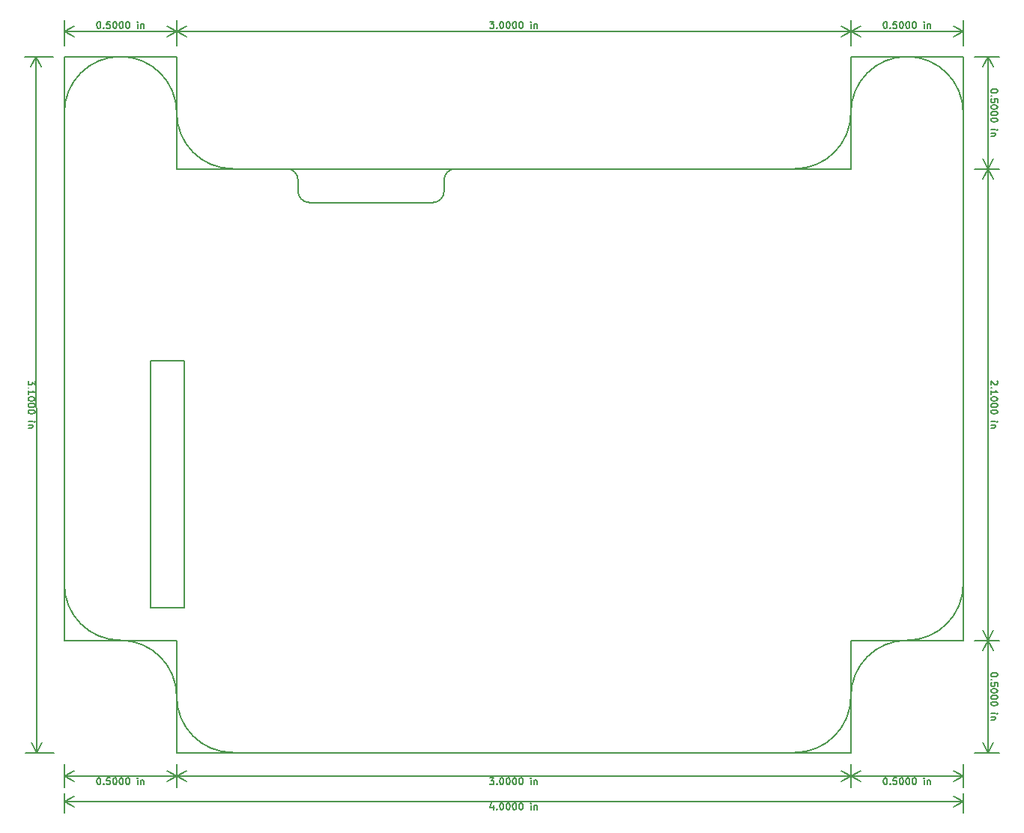
<source format=gbr>
G04 (created by PCBNEW (2013-03-15 BZR 4003)-stable) date 12-Jul-13 5:25:37 PM*
%MOIN*%
G04 Gerber Fmt 3.4, Leading zero omitted, Abs format*
%FSLAX34Y34*%
G01*
G70*
G90*
G04 APERTURE LIST*
%ADD10C,0*%
%ADD11C,0.005*%
G04 APERTURE END LIST*
G54D10*
G54D11*
X19900Y-19000D02*
X17500Y-19000D01*
X20400Y-19500D02*
G75*
G03X19900Y-19000I-500J0D01*
G74*
G01*
X27400Y-19000D02*
G75*
G03X26900Y-19500I0J-500D01*
G74*
G01*
X26400Y-20500D02*
G75*
G03X26900Y-20000I0J500D01*
G74*
G01*
X20400Y-20000D02*
G75*
G03X20900Y-20500I500J0D01*
G74*
G01*
X26900Y-19500D02*
X26900Y-20000D01*
X20400Y-19500D02*
X20400Y-20000D01*
X20900Y-20500D02*
X26400Y-20500D01*
X29092Y-47346D02*
X29092Y-47546D01*
X29021Y-47232D02*
X28950Y-47446D01*
X29135Y-47446D01*
X29250Y-47517D02*
X29264Y-47532D01*
X29250Y-47546D01*
X29235Y-47532D01*
X29250Y-47517D01*
X29250Y-47546D01*
X29450Y-47246D02*
X29478Y-47246D01*
X29507Y-47260D01*
X29521Y-47274D01*
X29535Y-47303D01*
X29550Y-47360D01*
X29550Y-47432D01*
X29535Y-47489D01*
X29521Y-47517D01*
X29507Y-47532D01*
X29478Y-47546D01*
X29450Y-47546D01*
X29421Y-47532D01*
X29407Y-47517D01*
X29392Y-47489D01*
X29378Y-47432D01*
X29378Y-47360D01*
X29392Y-47303D01*
X29407Y-47274D01*
X29421Y-47260D01*
X29450Y-47246D01*
X29735Y-47246D02*
X29764Y-47246D01*
X29792Y-47260D01*
X29807Y-47274D01*
X29821Y-47303D01*
X29835Y-47360D01*
X29835Y-47432D01*
X29821Y-47489D01*
X29807Y-47517D01*
X29792Y-47532D01*
X29764Y-47546D01*
X29735Y-47546D01*
X29707Y-47532D01*
X29692Y-47517D01*
X29678Y-47489D01*
X29664Y-47432D01*
X29664Y-47360D01*
X29678Y-47303D01*
X29692Y-47274D01*
X29707Y-47260D01*
X29735Y-47246D01*
X30021Y-47246D02*
X30050Y-47246D01*
X30078Y-47260D01*
X30092Y-47274D01*
X30107Y-47303D01*
X30121Y-47360D01*
X30121Y-47432D01*
X30107Y-47489D01*
X30092Y-47517D01*
X30078Y-47532D01*
X30050Y-47546D01*
X30021Y-47546D01*
X29992Y-47532D01*
X29978Y-47517D01*
X29964Y-47489D01*
X29950Y-47432D01*
X29950Y-47360D01*
X29964Y-47303D01*
X29978Y-47274D01*
X29992Y-47260D01*
X30021Y-47246D01*
X30307Y-47246D02*
X30335Y-47246D01*
X30364Y-47260D01*
X30378Y-47274D01*
X30392Y-47303D01*
X30407Y-47360D01*
X30407Y-47432D01*
X30392Y-47489D01*
X30378Y-47517D01*
X30364Y-47532D01*
X30335Y-47546D01*
X30307Y-47546D01*
X30278Y-47532D01*
X30264Y-47517D01*
X30250Y-47489D01*
X30235Y-47432D01*
X30235Y-47360D01*
X30250Y-47303D01*
X30264Y-47274D01*
X30278Y-47260D01*
X30307Y-47246D01*
X30764Y-47546D02*
X30764Y-47346D01*
X30764Y-47246D02*
X30749Y-47260D01*
X30764Y-47274D01*
X30778Y-47260D01*
X30764Y-47246D01*
X30764Y-47274D01*
X30907Y-47346D02*
X30907Y-47546D01*
X30907Y-47374D02*
X30921Y-47360D01*
X30949Y-47346D01*
X30992Y-47346D01*
X31021Y-47360D01*
X31035Y-47389D01*
X31035Y-47546D01*
X50000Y-47174D02*
X10000Y-47174D01*
X50000Y-46800D02*
X50000Y-47674D01*
X10000Y-46800D02*
X10000Y-47674D01*
X10000Y-47174D02*
X10443Y-46944D01*
X10000Y-47174D02*
X10443Y-47405D01*
X50000Y-47174D02*
X49556Y-46944D01*
X50000Y-47174D02*
X49556Y-47405D01*
X8691Y-28436D02*
X8691Y-28622D01*
X8576Y-28522D01*
X8576Y-28565D01*
X8562Y-28593D01*
X8548Y-28607D01*
X8519Y-28622D01*
X8448Y-28622D01*
X8419Y-28607D01*
X8405Y-28593D01*
X8391Y-28565D01*
X8391Y-28479D01*
X8405Y-28450D01*
X8419Y-28436D01*
X8419Y-28750D02*
X8405Y-28765D01*
X8391Y-28750D01*
X8405Y-28736D01*
X8419Y-28750D01*
X8391Y-28750D01*
X8391Y-29050D02*
X8391Y-28879D01*
X8391Y-28965D02*
X8691Y-28965D01*
X8648Y-28936D01*
X8619Y-28907D01*
X8605Y-28879D01*
X8691Y-29236D02*
X8691Y-29265D01*
X8676Y-29293D01*
X8662Y-29307D01*
X8633Y-29322D01*
X8576Y-29336D01*
X8505Y-29336D01*
X8448Y-29322D01*
X8419Y-29307D01*
X8405Y-29293D01*
X8391Y-29265D01*
X8391Y-29236D01*
X8405Y-29207D01*
X8419Y-29193D01*
X8448Y-29179D01*
X8505Y-29165D01*
X8576Y-29165D01*
X8633Y-29179D01*
X8662Y-29193D01*
X8676Y-29207D01*
X8691Y-29236D01*
X8691Y-29522D02*
X8691Y-29550D01*
X8676Y-29579D01*
X8662Y-29593D01*
X8633Y-29607D01*
X8576Y-29622D01*
X8505Y-29622D01*
X8448Y-29607D01*
X8419Y-29593D01*
X8405Y-29579D01*
X8391Y-29550D01*
X8391Y-29522D01*
X8405Y-29493D01*
X8419Y-29479D01*
X8448Y-29465D01*
X8505Y-29450D01*
X8576Y-29450D01*
X8633Y-29465D01*
X8662Y-29479D01*
X8676Y-29493D01*
X8691Y-29522D01*
X8691Y-29807D02*
X8691Y-29836D01*
X8676Y-29865D01*
X8662Y-29879D01*
X8633Y-29893D01*
X8576Y-29907D01*
X8505Y-29907D01*
X8448Y-29893D01*
X8419Y-29879D01*
X8405Y-29865D01*
X8391Y-29836D01*
X8391Y-29807D01*
X8405Y-29779D01*
X8419Y-29765D01*
X8448Y-29750D01*
X8505Y-29736D01*
X8576Y-29736D01*
X8633Y-29750D01*
X8662Y-29765D01*
X8676Y-29779D01*
X8691Y-29807D01*
X8391Y-30265D02*
X8591Y-30265D01*
X8691Y-30265D02*
X8676Y-30250D01*
X8662Y-30265D01*
X8676Y-30279D01*
X8691Y-30265D01*
X8662Y-30265D01*
X8591Y-30407D02*
X8391Y-30407D01*
X8562Y-30407D02*
X8576Y-30422D01*
X8591Y-30450D01*
X8591Y-30493D01*
X8576Y-30522D01*
X8548Y-30536D01*
X8391Y-30536D01*
X8749Y-14000D02*
X8774Y-45000D01*
X9500Y-14000D02*
X8249Y-14001D01*
X9525Y-45000D02*
X8274Y-45001D01*
X8774Y-45000D02*
X8543Y-44557D01*
X8774Y-45000D02*
X9005Y-44556D01*
X8749Y-14000D02*
X8519Y-14444D01*
X8749Y-14000D02*
X8981Y-14443D01*
X11521Y-12446D02*
X11550Y-12446D01*
X11578Y-12460D01*
X11592Y-12475D01*
X11607Y-12503D01*
X11621Y-12560D01*
X11621Y-12632D01*
X11607Y-12689D01*
X11592Y-12717D01*
X11578Y-12732D01*
X11550Y-12746D01*
X11521Y-12746D01*
X11492Y-12732D01*
X11478Y-12717D01*
X11464Y-12689D01*
X11450Y-12632D01*
X11450Y-12560D01*
X11464Y-12503D01*
X11478Y-12475D01*
X11492Y-12460D01*
X11521Y-12446D01*
X11750Y-12717D02*
X11764Y-12732D01*
X11750Y-12746D01*
X11735Y-12732D01*
X11750Y-12717D01*
X11750Y-12746D01*
X12035Y-12446D02*
X11892Y-12446D01*
X11878Y-12589D01*
X11892Y-12575D01*
X11921Y-12560D01*
X11992Y-12560D01*
X12021Y-12575D01*
X12035Y-12589D01*
X12050Y-12617D01*
X12050Y-12689D01*
X12035Y-12717D01*
X12021Y-12732D01*
X11992Y-12746D01*
X11921Y-12746D01*
X11892Y-12732D01*
X11878Y-12717D01*
X12235Y-12446D02*
X12264Y-12446D01*
X12292Y-12460D01*
X12307Y-12475D01*
X12321Y-12503D01*
X12335Y-12560D01*
X12335Y-12632D01*
X12321Y-12689D01*
X12307Y-12717D01*
X12292Y-12732D01*
X12264Y-12746D01*
X12235Y-12746D01*
X12207Y-12732D01*
X12192Y-12717D01*
X12178Y-12689D01*
X12164Y-12632D01*
X12164Y-12560D01*
X12178Y-12503D01*
X12192Y-12475D01*
X12207Y-12460D01*
X12235Y-12446D01*
X12521Y-12446D02*
X12550Y-12446D01*
X12578Y-12460D01*
X12592Y-12475D01*
X12607Y-12503D01*
X12621Y-12560D01*
X12621Y-12632D01*
X12607Y-12689D01*
X12592Y-12717D01*
X12578Y-12732D01*
X12550Y-12746D01*
X12521Y-12746D01*
X12492Y-12732D01*
X12478Y-12717D01*
X12464Y-12689D01*
X12450Y-12632D01*
X12450Y-12560D01*
X12464Y-12503D01*
X12478Y-12475D01*
X12492Y-12460D01*
X12521Y-12446D01*
X12807Y-12446D02*
X12835Y-12446D01*
X12864Y-12460D01*
X12878Y-12475D01*
X12892Y-12503D01*
X12907Y-12560D01*
X12907Y-12632D01*
X12892Y-12689D01*
X12878Y-12717D01*
X12864Y-12732D01*
X12835Y-12746D01*
X12807Y-12746D01*
X12778Y-12732D01*
X12764Y-12717D01*
X12750Y-12689D01*
X12735Y-12632D01*
X12735Y-12560D01*
X12750Y-12503D01*
X12764Y-12475D01*
X12778Y-12460D01*
X12807Y-12446D01*
X13264Y-12746D02*
X13264Y-12546D01*
X13264Y-12446D02*
X13249Y-12460D01*
X13264Y-12475D01*
X13278Y-12460D01*
X13264Y-12446D01*
X13264Y-12475D01*
X13407Y-12546D02*
X13407Y-12746D01*
X13407Y-12575D02*
X13421Y-12560D01*
X13449Y-12546D01*
X13492Y-12546D01*
X13521Y-12560D01*
X13535Y-12589D01*
X13535Y-12746D01*
X15000Y-12875D02*
X10000Y-12875D01*
X15000Y-13500D02*
X15000Y-12375D01*
X10000Y-13500D02*
X10000Y-12375D01*
X10000Y-12875D02*
X10443Y-12644D01*
X10000Y-12875D02*
X10443Y-13105D01*
X15000Y-12875D02*
X14556Y-12644D01*
X15000Y-12875D02*
X14556Y-13105D01*
X28935Y-12446D02*
X29121Y-12446D01*
X29021Y-12560D01*
X29064Y-12560D01*
X29092Y-12575D01*
X29107Y-12589D01*
X29121Y-12617D01*
X29121Y-12689D01*
X29107Y-12717D01*
X29092Y-12732D01*
X29064Y-12746D01*
X28978Y-12746D01*
X28950Y-12732D01*
X28935Y-12717D01*
X29250Y-12717D02*
X29264Y-12732D01*
X29250Y-12746D01*
X29235Y-12732D01*
X29250Y-12717D01*
X29250Y-12746D01*
X29450Y-12446D02*
X29478Y-12446D01*
X29507Y-12460D01*
X29521Y-12475D01*
X29535Y-12503D01*
X29550Y-12560D01*
X29550Y-12632D01*
X29535Y-12689D01*
X29521Y-12717D01*
X29507Y-12732D01*
X29478Y-12746D01*
X29450Y-12746D01*
X29421Y-12732D01*
X29407Y-12717D01*
X29392Y-12689D01*
X29378Y-12632D01*
X29378Y-12560D01*
X29392Y-12503D01*
X29407Y-12475D01*
X29421Y-12460D01*
X29450Y-12446D01*
X29735Y-12446D02*
X29764Y-12446D01*
X29792Y-12460D01*
X29807Y-12475D01*
X29821Y-12503D01*
X29835Y-12560D01*
X29835Y-12632D01*
X29821Y-12689D01*
X29807Y-12717D01*
X29792Y-12732D01*
X29764Y-12746D01*
X29735Y-12746D01*
X29707Y-12732D01*
X29692Y-12717D01*
X29678Y-12689D01*
X29664Y-12632D01*
X29664Y-12560D01*
X29678Y-12503D01*
X29692Y-12475D01*
X29707Y-12460D01*
X29735Y-12446D01*
X30021Y-12446D02*
X30050Y-12446D01*
X30078Y-12460D01*
X30092Y-12475D01*
X30107Y-12503D01*
X30121Y-12560D01*
X30121Y-12632D01*
X30107Y-12689D01*
X30092Y-12717D01*
X30078Y-12732D01*
X30050Y-12746D01*
X30021Y-12746D01*
X29992Y-12732D01*
X29978Y-12717D01*
X29964Y-12689D01*
X29950Y-12632D01*
X29950Y-12560D01*
X29964Y-12503D01*
X29978Y-12475D01*
X29992Y-12460D01*
X30021Y-12446D01*
X30307Y-12446D02*
X30335Y-12446D01*
X30364Y-12460D01*
X30378Y-12475D01*
X30392Y-12503D01*
X30407Y-12560D01*
X30407Y-12632D01*
X30392Y-12689D01*
X30378Y-12717D01*
X30364Y-12732D01*
X30335Y-12746D01*
X30307Y-12746D01*
X30278Y-12732D01*
X30264Y-12717D01*
X30250Y-12689D01*
X30235Y-12632D01*
X30235Y-12560D01*
X30250Y-12503D01*
X30264Y-12475D01*
X30278Y-12460D01*
X30307Y-12446D01*
X30764Y-12746D02*
X30764Y-12546D01*
X30764Y-12446D02*
X30749Y-12460D01*
X30764Y-12475D01*
X30778Y-12460D01*
X30764Y-12446D01*
X30764Y-12475D01*
X30907Y-12546D02*
X30907Y-12746D01*
X30907Y-12575D02*
X30921Y-12560D01*
X30949Y-12546D01*
X30992Y-12546D01*
X31021Y-12560D01*
X31035Y-12589D01*
X31035Y-12746D01*
X45000Y-12875D02*
X15000Y-12875D01*
X45000Y-13500D02*
X45000Y-12375D01*
X15000Y-13500D02*
X15000Y-12375D01*
X15000Y-12875D02*
X15443Y-12644D01*
X15000Y-12875D02*
X15443Y-13105D01*
X45000Y-12875D02*
X44556Y-12644D01*
X45000Y-12875D02*
X44556Y-13105D01*
X46521Y-12446D02*
X46550Y-12446D01*
X46578Y-12460D01*
X46592Y-12475D01*
X46607Y-12503D01*
X46621Y-12560D01*
X46621Y-12632D01*
X46607Y-12689D01*
X46592Y-12717D01*
X46578Y-12732D01*
X46550Y-12746D01*
X46521Y-12746D01*
X46492Y-12732D01*
X46478Y-12717D01*
X46464Y-12689D01*
X46450Y-12632D01*
X46450Y-12560D01*
X46464Y-12503D01*
X46478Y-12475D01*
X46492Y-12460D01*
X46521Y-12446D01*
X46750Y-12717D02*
X46764Y-12732D01*
X46750Y-12746D01*
X46735Y-12732D01*
X46750Y-12717D01*
X46750Y-12746D01*
X47035Y-12446D02*
X46892Y-12446D01*
X46878Y-12589D01*
X46892Y-12575D01*
X46921Y-12560D01*
X46992Y-12560D01*
X47021Y-12575D01*
X47035Y-12589D01*
X47050Y-12617D01*
X47050Y-12689D01*
X47035Y-12717D01*
X47021Y-12732D01*
X46992Y-12746D01*
X46921Y-12746D01*
X46892Y-12732D01*
X46878Y-12717D01*
X47235Y-12446D02*
X47264Y-12446D01*
X47292Y-12460D01*
X47307Y-12475D01*
X47321Y-12503D01*
X47335Y-12560D01*
X47335Y-12632D01*
X47321Y-12689D01*
X47307Y-12717D01*
X47292Y-12732D01*
X47264Y-12746D01*
X47235Y-12746D01*
X47207Y-12732D01*
X47192Y-12717D01*
X47178Y-12689D01*
X47164Y-12632D01*
X47164Y-12560D01*
X47178Y-12503D01*
X47192Y-12475D01*
X47207Y-12460D01*
X47235Y-12446D01*
X47521Y-12446D02*
X47550Y-12446D01*
X47578Y-12460D01*
X47592Y-12475D01*
X47607Y-12503D01*
X47621Y-12560D01*
X47621Y-12632D01*
X47607Y-12689D01*
X47592Y-12717D01*
X47578Y-12732D01*
X47550Y-12746D01*
X47521Y-12746D01*
X47492Y-12732D01*
X47478Y-12717D01*
X47464Y-12689D01*
X47450Y-12632D01*
X47450Y-12560D01*
X47464Y-12503D01*
X47478Y-12475D01*
X47492Y-12460D01*
X47521Y-12446D01*
X47807Y-12446D02*
X47835Y-12446D01*
X47864Y-12460D01*
X47878Y-12475D01*
X47892Y-12503D01*
X47907Y-12560D01*
X47907Y-12632D01*
X47892Y-12689D01*
X47878Y-12717D01*
X47864Y-12732D01*
X47835Y-12746D01*
X47807Y-12746D01*
X47778Y-12732D01*
X47764Y-12717D01*
X47750Y-12689D01*
X47735Y-12632D01*
X47735Y-12560D01*
X47750Y-12503D01*
X47764Y-12475D01*
X47778Y-12460D01*
X47807Y-12446D01*
X48264Y-12746D02*
X48264Y-12546D01*
X48264Y-12446D02*
X48249Y-12460D01*
X48264Y-12475D01*
X48278Y-12460D01*
X48264Y-12446D01*
X48264Y-12475D01*
X48407Y-12546D02*
X48407Y-12746D01*
X48407Y-12575D02*
X48421Y-12560D01*
X48449Y-12546D01*
X48492Y-12546D01*
X48521Y-12560D01*
X48535Y-12589D01*
X48535Y-12746D01*
X50000Y-12875D02*
X45000Y-12875D01*
X50000Y-13500D02*
X50000Y-12375D01*
X45000Y-13500D02*
X45000Y-12375D01*
X45000Y-12875D02*
X45443Y-12644D01*
X45000Y-12875D02*
X45443Y-13105D01*
X50000Y-12875D02*
X49556Y-12644D01*
X50000Y-12875D02*
X49556Y-13105D01*
X11521Y-46121D02*
X11550Y-46121D01*
X11578Y-46135D01*
X11592Y-46149D01*
X11607Y-46178D01*
X11621Y-46235D01*
X11621Y-46307D01*
X11607Y-46364D01*
X11592Y-46392D01*
X11578Y-46407D01*
X11550Y-46421D01*
X11521Y-46421D01*
X11492Y-46407D01*
X11478Y-46392D01*
X11464Y-46364D01*
X11450Y-46307D01*
X11450Y-46235D01*
X11464Y-46178D01*
X11478Y-46149D01*
X11492Y-46135D01*
X11521Y-46121D01*
X11750Y-46392D02*
X11764Y-46407D01*
X11750Y-46421D01*
X11735Y-46407D01*
X11750Y-46392D01*
X11750Y-46421D01*
X12035Y-46121D02*
X11892Y-46121D01*
X11878Y-46264D01*
X11892Y-46249D01*
X11921Y-46235D01*
X11992Y-46235D01*
X12021Y-46249D01*
X12035Y-46264D01*
X12050Y-46292D01*
X12050Y-46364D01*
X12035Y-46392D01*
X12021Y-46407D01*
X11992Y-46421D01*
X11921Y-46421D01*
X11892Y-46407D01*
X11878Y-46392D01*
X12235Y-46121D02*
X12264Y-46121D01*
X12292Y-46135D01*
X12307Y-46149D01*
X12321Y-46178D01*
X12335Y-46235D01*
X12335Y-46307D01*
X12321Y-46364D01*
X12307Y-46392D01*
X12292Y-46407D01*
X12264Y-46421D01*
X12235Y-46421D01*
X12207Y-46407D01*
X12192Y-46392D01*
X12178Y-46364D01*
X12164Y-46307D01*
X12164Y-46235D01*
X12178Y-46178D01*
X12192Y-46149D01*
X12207Y-46135D01*
X12235Y-46121D01*
X12521Y-46121D02*
X12550Y-46121D01*
X12578Y-46135D01*
X12592Y-46149D01*
X12607Y-46178D01*
X12621Y-46235D01*
X12621Y-46307D01*
X12607Y-46364D01*
X12592Y-46392D01*
X12578Y-46407D01*
X12550Y-46421D01*
X12521Y-46421D01*
X12492Y-46407D01*
X12478Y-46392D01*
X12464Y-46364D01*
X12450Y-46307D01*
X12450Y-46235D01*
X12464Y-46178D01*
X12478Y-46149D01*
X12492Y-46135D01*
X12521Y-46121D01*
X12807Y-46121D02*
X12835Y-46121D01*
X12864Y-46135D01*
X12878Y-46149D01*
X12892Y-46178D01*
X12907Y-46235D01*
X12907Y-46307D01*
X12892Y-46364D01*
X12878Y-46392D01*
X12864Y-46407D01*
X12835Y-46421D01*
X12807Y-46421D01*
X12778Y-46407D01*
X12764Y-46392D01*
X12750Y-46364D01*
X12735Y-46307D01*
X12735Y-46235D01*
X12750Y-46178D01*
X12764Y-46149D01*
X12778Y-46135D01*
X12807Y-46121D01*
X13264Y-46421D02*
X13264Y-46221D01*
X13264Y-46121D02*
X13249Y-46135D01*
X13264Y-46149D01*
X13278Y-46135D01*
X13264Y-46121D01*
X13264Y-46149D01*
X13407Y-46221D02*
X13407Y-46421D01*
X13407Y-46249D02*
X13421Y-46235D01*
X13449Y-46221D01*
X13492Y-46221D01*
X13521Y-46235D01*
X13535Y-46264D01*
X13535Y-46421D01*
X15000Y-46049D02*
X10000Y-46049D01*
X15000Y-45500D02*
X15000Y-46549D01*
X10000Y-45500D02*
X10000Y-46549D01*
X10000Y-46049D02*
X10443Y-45819D01*
X10000Y-46049D02*
X10443Y-46280D01*
X15000Y-46049D02*
X14556Y-45819D01*
X15000Y-46049D02*
X14556Y-46280D01*
X28935Y-46121D02*
X29121Y-46121D01*
X29021Y-46235D01*
X29064Y-46235D01*
X29092Y-46249D01*
X29107Y-46264D01*
X29121Y-46292D01*
X29121Y-46364D01*
X29107Y-46392D01*
X29092Y-46407D01*
X29064Y-46421D01*
X28978Y-46421D01*
X28950Y-46407D01*
X28935Y-46392D01*
X29250Y-46392D02*
X29264Y-46407D01*
X29250Y-46421D01*
X29235Y-46407D01*
X29250Y-46392D01*
X29250Y-46421D01*
X29450Y-46121D02*
X29478Y-46121D01*
X29507Y-46135D01*
X29521Y-46149D01*
X29535Y-46178D01*
X29550Y-46235D01*
X29550Y-46307D01*
X29535Y-46364D01*
X29521Y-46392D01*
X29507Y-46407D01*
X29478Y-46421D01*
X29450Y-46421D01*
X29421Y-46407D01*
X29407Y-46392D01*
X29392Y-46364D01*
X29378Y-46307D01*
X29378Y-46235D01*
X29392Y-46178D01*
X29407Y-46149D01*
X29421Y-46135D01*
X29450Y-46121D01*
X29735Y-46121D02*
X29764Y-46121D01*
X29792Y-46135D01*
X29807Y-46149D01*
X29821Y-46178D01*
X29835Y-46235D01*
X29835Y-46307D01*
X29821Y-46364D01*
X29807Y-46392D01*
X29792Y-46407D01*
X29764Y-46421D01*
X29735Y-46421D01*
X29707Y-46407D01*
X29692Y-46392D01*
X29678Y-46364D01*
X29664Y-46307D01*
X29664Y-46235D01*
X29678Y-46178D01*
X29692Y-46149D01*
X29707Y-46135D01*
X29735Y-46121D01*
X30021Y-46121D02*
X30050Y-46121D01*
X30078Y-46135D01*
X30092Y-46149D01*
X30107Y-46178D01*
X30121Y-46235D01*
X30121Y-46307D01*
X30107Y-46364D01*
X30092Y-46392D01*
X30078Y-46407D01*
X30050Y-46421D01*
X30021Y-46421D01*
X29992Y-46407D01*
X29978Y-46392D01*
X29964Y-46364D01*
X29950Y-46307D01*
X29950Y-46235D01*
X29964Y-46178D01*
X29978Y-46149D01*
X29992Y-46135D01*
X30021Y-46121D01*
X30307Y-46121D02*
X30335Y-46121D01*
X30364Y-46135D01*
X30378Y-46149D01*
X30392Y-46178D01*
X30407Y-46235D01*
X30407Y-46307D01*
X30392Y-46364D01*
X30378Y-46392D01*
X30364Y-46407D01*
X30335Y-46421D01*
X30307Y-46421D01*
X30278Y-46407D01*
X30264Y-46392D01*
X30250Y-46364D01*
X30235Y-46307D01*
X30235Y-46235D01*
X30250Y-46178D01*
X30264Y-46149D01*
X30278Y-46135D01*
X30307Y-46121D01*
X30764Y-46421D02*
X30764Y-46221D01*
X30764Y-46121D02*
X30749Y-46135D01*
X30764Y-46149D01*
X30778Y-46135D01*
X30764Y-46121D01*
X30764Y-46149D01*
X30907Y-46221D02*
X30907Y-46421D01*
X30907Y-46249D02*
X30921Y-46235D01*
X30949Y-46221D01*
X30992Y-46221D01*
X31021Y-46235D01*
X31035Y-46264D01*
X31035Y-46421D01*
X45000Y-46049D02*
X15000Y-46049D01*
X45000Y-45500D02*
X45000Y-46549D01*
X15000Y-45500D02*
X15000Y-46549D01*
X15000Y-46049D02*
X15443Y-45819D01*
X15000Y-46049D02*
X15443Y-46280D01*
X45000Y-46049D02*
X44556Y-45819D01*
X45000Y-46049D02*
X44556Y-46280D01*
X46521Y-46121D02*
X46550Y-46121D01*
X46578Y-46135D01*
X46592Y-46150D01*
X46607Y-46178D01*
X46621Y-46235D01*
X46621Y-46307D01*
X46607Y-46364D01*
X46592Y-46392D01*
X46578Y-46407D01*
X46550Y-46421D01*
X46521Y-46421D01*
X46492Y-46407D01*
X46478Y-46392D01*
X46464Y-46364D01*
X46450Y-46307D01*
X46450Y-46235D01*
X46464Y-46178D01*
X46478Y-46150D01*
X46492Y-46135D01*
X46521Y-46121D01*
X46750Y-46392D02*
X46764Y-46407D01*
X46750Y-46421D01*
X46735Y-46407D01*
X46750Y-46392D01*
X46750Y-46421D01*
X47035Y-46121D02*
X46892Y-46121D01*
X46878Y-46264D01*
X46892Y-46250D01*
X46921Y-46235D01*
X46992Y-46235D01*
X47021Y-46250D01*
X47035Y-46264D01*
X47050Y-46292D01*
X47050Y-46364D01*
X47035Y-46392D01*
X47021Y-46407D01*
X46992Y-46421D01*
X46921Y-46421D01*
X46892Y-46407D01*
X46878Y-46392D01*
X47235Y-46121D02*
X47264Y-46121D01*
X47292Y-46135D01*
X47307Y-46150D01*
X47321Y-46178D01*
X47335Y-46235D01*
X47335Y-46307D01*
X47321Y-46364D01*
X47307Y-46392D01*
X47292Y-46407D01*
X47264Y-46421D01*
X47235Y-46421D01*
X47207Y-46407D01*
X47192Y-46392D01*
X47178Y-46364D01*
X47164Y-46307D01*
X47164Y-46235D01*
X47178Y-46178D01*
X47192Y-46150D01*
X47207Y-46135D01*
X47235Y-46121D01*
X47521Y-46121D02*
X47550Y-46121D01*
X47578Y-46135D01*
X47592Y-46150D01*
X47607Y-46178D01*
X47621Y-46235D01*
X47621Y-46307D01*
X47607Y-46364D01*
X47592Y-46392D01*
X47578Y-46407D01*
X47550Y-46421D01*
X47521Y-46421D01*
X47492Y-46407D01*
X47478Y-46392D01*
X47464Y-46364D01*
X47450Y-46307D01*
X47450Y-46235D01*
X47464Y-46178D01*
X47478Y-46150D01*
X47492Y-46135D01*
X47521Y-46121D01*
X47807Y-46121D02*
X47835Y-46121D01*
X47864Y-46135D01*
X47878Y-46150D01*
X47892Y-46178D01*
X47907Y-46235D01*
X47907Y-46307D01*
X47892Y-46364D01*
X47878Y-46392D01*
X47864Y-46407D01*
X47835Y-46421D01*
X47807Y-46421D01*
X47778Y-46407D01*
X47764Y-46392D01*
X47750Y-46364D01*
X47735Y-46307D01*
X47735Y-46235D01*
X47750Y-46178D01*
X47764Y-46150D01*
X47778Y-46135D01*
X47807Y-46121D01*
X48264Y-46421D02*
X48264Y-46221D01*
X48264Y-46121D02*
X48249Y-46135D01*
X48264Y-46150D01*
X48278Y-46135D01*
X48264Y-46121D01*
X48264Y-46150D01*
X48407Y-46221D02*
X48407Y-46421D01*
X48407Y-46250D02*
X48421Y-46235D01*
X48449Y-46221D01*
X48492Y-46221D01*
X48521Y-46235D01*
X48535Y-46264D01*
X48535Y-46421D01*
X50000Y-46050D02*
X45000Y-46050D01*
X50000Y-45500D02*
X50000Y-46550D01*
X45000Y-45500D02*
X45000Y-46550D01*
X45000Y-46050D02*
X45443Y-45819D01*
X45000Y-46050D02*
X45443Y-46280D01*
X50000Y-46050D02*
X49556Y-45819D01*
X50000Y-46050D02*
X49556Y-46280D01*
X51528Y-41521D02*
X51528Y-41550D01*
X51514Y-41578D01*
X51499Y-41592D01*
X51471Y-41607D01*
X51414Y-41621D01*
X51342Y-41621D01*
X51285Y-41607D01*
X51257Y-41592D01*
X51242Y-41578D01*
X51228Y-41550D01*
X51228Y-41521D01*
X51242Y-41492D01*
X51257Y-41478D01*
X51285Y-41464D01*
X51342Y-41450D01*
X51414Y-41450D01*
X51471Y-41464D01*
X51499Y-41478D01*
X51514Y-41492D01*
X51528Y-41521D01*
X51257Y-41750D02*
X51242Y-41764D01*
X51228Y-41750D01*
X51242Y-41735D01*
X51257Y-41750D01*
X51228Y-41750D01*
X51528Y-42035D02*
X51528Y-41892D01*
X51385Y-41878D01*
X51399Y-41892D01*
X51414Y-41921D01*
X51414Y-41992D01*
X51399Y-42021D01*
X51385Y-42035D01*
X51357Y-42050D01*
X51285Y-42050D01*
X51257Y-42035D01*
X51242Y-42021D01*
X51228Y-41992D01*
X51228Y-41921D01*
X51242Y-41892D01*
X51257Y-41878D01*
X51528Y-42235D02*
X51528Y-42264D01*
X51514Y-42292D01*
X51499Y-42307D01*
X51471Y-42321D01*
X51414Y-42335D01*
X51342Y-42335D01*
X51285Y-42321D01*
X51257Y-42307D01*
X51242Y-42292D01*
X51228Y-42264D01*
X51228Y-42235D01*
X51242Y-42207D01*
X51257Y-42192D01*
X51285Y-42178D01*
X51342Y-42164D01*
X51414Y-42164D01*
X51471Y-42178D01*
X51499Y-42192D01*
X51514Y-42207D01*
X51528Y-42235D01*
X51528Y-42521D02*
X51528Y-42550D01*
X51514Y-42578D01*
X51499Y-42592D01*
X51471Y-42607D01*
X51414Y-42621D01*
X51342Y-42621D01*
X51285Y-42607D01*
X51257Y-42592D01*
X51242Y-42578D01*
X51228Y-42550D01*
X51228Y-42521D01*
X51242Y-42492D01*
X51257Y-42478D01*
X51285Y-42464D01*
X51342Y-42450D01*
X51414Y-42450D01*
X51471Y-42464D01*
X51499Y-42478D01*
X51514Y-42492D01*
X51528Y-42521D01*
X51528Y-42807D02*
X51528Y-42835D01*
X51514Y-42864D01*
X51499Y-42878D01*
X51471Y-42892D01*
X51414Y-42907D01*
X51342Y-42907D01*
X51285Y-42892D01*
X51257Y-42878D01*
X51242Y-42864D01*
X51228Y-42835D01*
X51228Y-42807D01*
X51242Y-42778D01*
X51257Y-42764D01*
X51285Y-42750D01*
X51342Y-42735D01*
X51414Y-42735D01*
X51471Y-42750D01*
X51499Y-42764D01*
X51514Y-42778D01*
X51528Y-42807D01*
X51228Y-43264D02*
X51428Y-43264D01*
X51528Y-43264D02*
X51514Y-43249D01*
X51499Y-43264D01*
X51514Y-43278D01*
X51528Y-43264D01*
X51499Y-43264D01*
X51428Y-43407D02*
X51228Y-43407D01*
X51399Y-43407D02*
X51414Y-43421D01*
X51428Y-43449D01*
X51428Y-43492D01*
X51414Y-43521D01*
X51385Y-43535D01*
X51228Y-43535D01*
X51099Y-40000D02*
X51099Y-45000D01*
X50500Y-40000D02*
X51599Y-40000D01*
X50500Y-45000D02*
X51599Y-45000D01*
X51099Y-45000D02*
X50869Y-44556D01*
X51099Y-45000D02*
X51330Y-44556D01*
X51099Y-40000D02*
X50869Y-40443D01*
X51099Y-40000D02*
X51330Y-40443D01*
X51528Y-15521D02*
X51528Y-15550D01*
X51514Y-15578D01*
X51499Y-15592D01*
X51471Y-15607D01*
X51414Y-15621D01*
X51342Y-15621D01*
X51285Y-15607D01*
X51257Y-15592D01*
X51242Y-15578D01*
X51228Y-15550D01*
X51228Y-15521D01*
X51242Y-15492D01*
X51257Y-15478D01*
X51285Y-15464D01*
X51342Y-15450D01*
X51414Y-15450D01*
X51471Y-15464D01*
X51499Y-15478D01*
X51514Y-15492D01*
X51528Y-15521D01*
X51257Y-15750D02*
X51242Y-15764D01*
X51228Y-15750D01*
X51242Y-15735D01*
X51257Y-15750D01*
X51228Y-15750D01*
X51528Y-16035D02*
X51528Y-15892D01*
X51385Y-15878D01*
X51399Y-15892D01*
X51414Y-15921D01*
X51414Y-15992D01*
X51399Y-16021D01*
X51385Y-16035D01*
X51357Y-16050D01*
X51285Y-16050D01*
X51257Y-16035D01*
X51242Y-16021D01*
X51228Y-15992D01*
X51228Y-15921D01*
X51242Y-15892D01*
X51257Y-15878D01*
X51528Y-16235D02*
X51528Y-16264D01*
X51514Y-16292D01*
X51499Y-16307D01*
X51471Y-16321D01*
X51414Y-16335D01*
X51342Y-16335D01*
X51285Y-16321D01*
X51257Y-16307D01*
X51242Y-16292D01*
X51228Y-16264D01*
X51228Y-16235D01*
X51242Y-16207D01*
X51257Y-16192D01*
X51285Y-16178D01*
X51342Y-16164D01*
X51414Y-16164D01*
X51471Y-16178D01*
X51499Y-16192D01*
X51514Y-16207D01*
X51528Y-16235D01*
X51528Y-16521D02*
X51528Y-16550D01*
X51514Y-16578D01*
X51499Y-16592D01*
X51471Y-16607D01*
X51414Y-16621D01*
X51342Y-16621D01*
X51285Y-16607D01*
X51257Y-16592D01*
X51242Y-16578D01*
X51228Y-16550D01*
X51228Y-16521D01*
X51242Y-16492D01*
X51257Y-16478D01*
X51285Y-16464D01*
X51342Y-16450D01*
X51414Y-16450D01*
X51471Y-16464D01*
X51499Y-16478D01*
X51514Y-16492D01*
X51528Y-16521D01*
X51528Y-16807D02*
X51528Y-16835D01*
X51514Y-16864D01*
X51499Y-16878D01*
X51471Y-16892D01*
X51414Y-16907D01*
X51342Y-16907D01*
X51285Y-16892D01*
X51257Y-16878D01*
X51242Y-16864D01*
X51228Y-16835D01*
X51228Y-16807D01*
X51242Y-16778D01*
X51257Y-16764D01*
X51285Y-16750D01*
X51342Y-16735D01*
X51414Y-16735D01*
X51471Y-16750D01*
X51499Y-16764D01*
X51514Y-16778D01*
X51528Y-16807D01*
X51228Y-17264D02*
X51428Y-17264D01*
X51528Y-17264D02*
X51514Y-17249D01*
X51499Y-17264D01*
X51514Y-17278D01*
X51528Y-17264D01*
X51499Y-17264D01*
X51428Y-17407D02*
X51228Y-17407D01*
X51399Y-17407D02*
X51414Y-17421D01*
X51428Y-17449D01*
X51428Y-17492D01*
X51414Y-17521D01*
X51385Y-17535D01*
X51228Y-17535D01*
X51099Y-14000D02*
X51099Y-19000D01*
X50500Y-14000D02*
X51599Y-14000D01*
X50500Y-19000D02*
X51599Y-19000D01*
X51099Y-19000D02*
X50869Y-18556D01*
X51099Y-19000D02*
X51330Y-18556D01*
X51099Y-14000D02*
X50869Y-14443D01*
X51099Y-14000D02*
X51330Y-14443D01*
X51499Y-28450D02*
X51514Y-28464D01*
X51528Y-28492D01*
X51528Y-28564D01*
X51514Y-28592D01*
X51499Y-28607D01*
X51471Y-28621D01*
X51442Y-28621D01*
X51399Y-28607D01*
X51228Y-28435D01*
X51228Y-28621D01*
X51257Y-28750D02*
X51242Y-28764D01*
X51228Y-28750D01*
X51242Y-28735D01*
X51257Y-28750D01*
X51228Y-28750D01*
X51228Y-29050D02*
X51228Y-28878D01*
X51228Y-28964D02*
X51528Y-28964D01*
X51485Y-28935D01*
X51457Y-28907D01*
X51442Y-28878D01*
X51528Y-29235D02*
X51528Y-29264D01*
X51514Y-29292D01*
X51499Y-29307D01*
X51471Y-29321D01*
X51414Y-29335D01*
X51342Y-29335D01*
X51285Y-29321D01*
X51257Y-29307D01*
X51242Y-29292D01*
X51228Y-29264D01*
X51228Y-29235D01*
X51242Y-29207D01*
X51257Y-29192D01*
X51285Y-29178D01*
X51342Y-29164D01*
X51414Y-29164D01*
X51471Y-29178D01*
X51499Y-29192D01*
X51514Y-29207D01*
X51528Y-29235D01*
X51528Y-29521D02*
X51528Y-29550D01*
X51514Y-29578D01*
X51499Y-29592D01*
X51471Y-29607D01*
X51414Y-29621D01*
X51342Y-29621D01*
X51285Y-29607D01*
X51257Y-29592D01*
X51242Y-29578D01*
X51228Y-29550D01*
X51228Y-29521D01*
X51242Y-29492D01*
X51257Y-29478D01*
X51285Y-29464D01*
X51342Y-29450D01*
X51414Y-29450D01*
X51471Y-29464D01*
X51499Y-29478D01*
X51514Y-29492D01*
X51528Y-29521D01*
X51528Y-29807D02*
X51528Y-29835D01*
X51514Y-29864D01*
X51499Y-29878D01*
X51471Y-29892D01*
X51414Y-29907D01*
X51342Y-29907D01*
X51285Y-29892D01*
X51257Y-29878D01*
X51242Y-29864D01*
X51228Y-29835D01*
X51228Y-29807D01*
X51242Y-29778D01*
X51257Y-29764D01*
X51285Y-29750D01*
X51342Y-29735D01*
X51414Y-29735D01*
X51471Y-29750D01*
X51499Y-29764D01*
X51514Y-29778D01*
X51528Y-29807D01*
X51228Y-30264D02*
X51428Y-30264D01*
X51528Y-30264D02*
X51514Y-30249D01*
X51499Y-30264D01*
X51514Y-30278D01*
X51528Y-30264D01*
X51499Y-30264D01*
X51428Y-30407D02*
X51228Y-30407D01*
X51399Y-30407D02*
X51414Y-30421D01*
X51428Y-30449D01*
X51428Y-30492D01*
X51414Y-30521D01*
X51385Y-30535D01*
X51228Y-30535D01*
X51099Y-19000D02*
X51099Y-40000D01*
X50500Y-19000D02*
X51599Y-19000D01*
X50500Y-40000D02*
X51599Y-40000D01*
X51099Y-40000D02*
X50869Y-39556D01*
X51099Y-40000D02*
X51330Y-39556D01*
X51099Y-19000D02*
X50869Y-19443D01*
X51099Y-19000D02*
X51330Y-19443D01*
X27400Y-19000D02*
X42500Y-19000D01*
X10000Y-40000D02*
X10000Y-14000D01*
X15000Y-40000D02*
X10000Y-40000D01*
X15000Y-45000D02*
X15000Y-40000D01*
X45000Y-45000D02*
X15000Y-45000D01*
X45000Y-40000D02*
X45000Y-45000D01*
X50000Y-40000D02*
X45000Y-40000D01*
X50000Y-40000D02*
X50000Y-14000D01*
X45000Y-14000D02*
X50000Y-14000D01*
X45000Y-19000D02*
X45000Y-14000D01*
X15000Y-19000D02*
X45000Y-19000D01*
X15000Y-14000D02*
X15000Y-19000D01*
X10000Y-14000D02*
X15000Y-14000D01*
X47500Y-40000D02*
G75*
G03X50000Y-37500I0J2500D01*
G74*
G01*
X42500Y-45000D02*
G75*
G03X45000Y-42500I0J2500D01*
G74*
G01*
X47500Y-40000D02*
G75*
G03X45000Y-42500I0J-2500D01*
G74*
G01*
X15000Y-42500D02*
G75*
G03X17500Y-45000I2500J0D01*
G74*
G01*
X10000Y-37500D02*
G75*
G03X12500Y-40000I2500J0D01*
G74*
G01*
X15000Y-42500D02*
G75*
G03X12500Y-40000I-2500J0D01*
G74*
G01*
X42500Y-19000D02*
G75*
G03X45000Y-16500I0J2500D01*
G74*
G01*
X50000Y-16500D02*
G75*
G03X47500Y-14000I-2500J0D01*
G74*
G01*
X47500Y-14000D02*
G75*
G03X45000Y-16500I0J-2500D01*
G74*
G01*
X15000Y-16500D02*
G75*
G03X17500Y-19000I2500J0D01*
G74*
G01*
X15000Y-16500D02*
G75*
G03X12500Y-14000I-2500J0D01*
G74*
G01*
X12500Y-14000D02*
G75*
G03X10000Y-16500I0J-2500D01*
G74*
G01*
X13850Y-38550D02*
X15350Y-38550D01*
X13850Y-27550D02*
X13850Y-38550D01*
X15350Y-27550D02*
X13850Y-27550D01*
X15350Y-38550D02*
X15350Y-27550D01*
X42500Y-45000D02*
X17500Y-45000D01*
X10000Y-37500D02*
X10000Y-16500D01*
X50000Y-16500D02*
X50000Y-37500D01*
M02*

</source>
